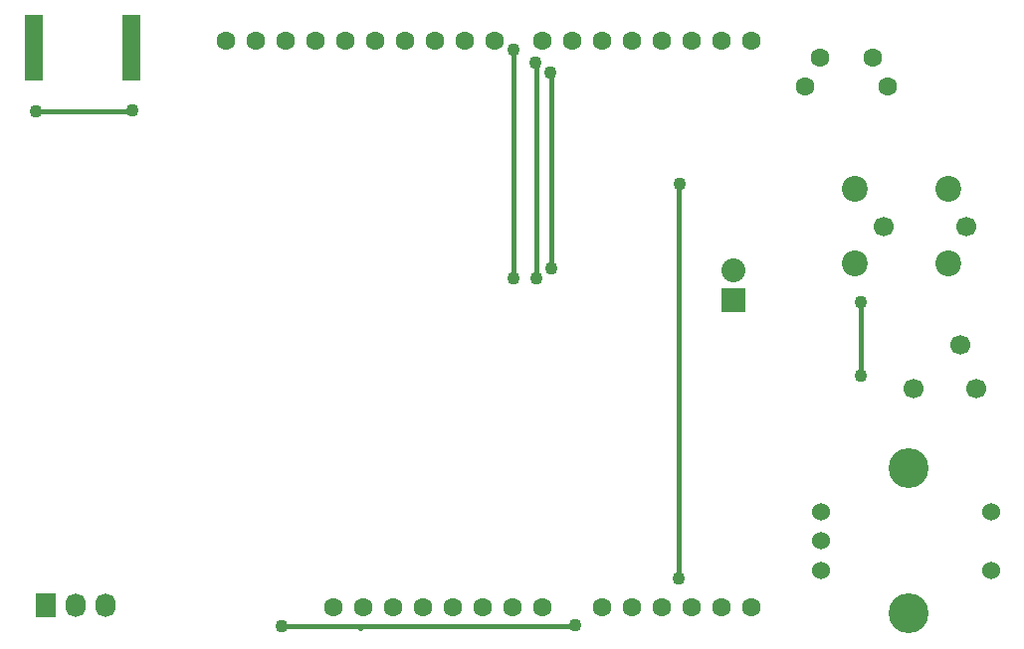
<source format=gbr>
G04 #@! TF.FileFunction,Copper,L2,Bot,Signal*
%FSLAX46Y46*%
G04 Gerber Fmt 4.6, Leading zero omitted, Abs format (unit mm)*
G04 Created by KiCad (PCBNEW 4.0.2+dfsg1-stable) date Mo 11 Jun 2018 17:17:46 CEST*
%MOMM*%
G01*
G04 APERTURE LIST*
%ADD10C,0.100000*%
%ADD11R,1.650000X5.600000*%
%ADD12C,1.600000*%
%ADD13C,3.400000*%
%ADD14C,1.524000*%
%ADD15C,1.700000*%
%ADD16C,2.200000*%
%ADD17R,1.727200X2.032000*%
%ADD18O,1.727200X2.032000*%
%ADD19R,2.032000X2.032000*%
%ADD20O,2.032000X2.032000*%
%ADD21C,1.100000*%
%ADD22C,0.400000*%
G04 APERTURE END LIST*
D10*
D11*
X65425000Y-79800000D03*
X57175000Y-79800000D03*
D12*
X105500000Y-127460000D03*
X108040000Y-127460000D03*
X110580000Y-127460000D03*
X113120000Y-127460000D03*
X115660000Y-127460000D03*
X118200000Y-127460000D03*
X82640000Y-127460000D03*
X85180000Y-127460000D03*
X87720000Y-127460000D03*
X90260000Y-127460000D03*
X92800000Y-127460000D03*
X95340000Y-127460000D03*
X97880000Y-127460000D03*
X100420000Y-127460000D03*
X100420000Y-79200000D03*
X102960000Y-79200000D03*
X105500000Y-79200000D03*
X108040000Y-79200000D03*
X110580000Y-79200000D03*
X113120000Y-79200000D03*
X115660000Y-79200000D03*
X73496000Y-79200000D03*
X76036000Y-79200000D03*
X78576000Y-79200000D03*
X81116000Y-79200000D03*
X83656000Y-79200000D03*
X86196000Y-79200000D03*
X88736000Y-79200000D03*
X91276000Y-79200000D03*
X93816000Y-79200000D03*
X96356000Y-79200000D03*
X118200000Y-79200000D03*
D13*
X131600000Y-128000000D03*
X131600000Y-115600000D03*
D14*
X138600000Y-119300000D03*
X124100000Y-124300000D03*
X138600000Y-124300000D03*
X124100000Y-121800000D03*
X124100000Y-119300000D03*
D15*
X129500000Y-95000000D03*
X136500000Y-95000000D03*
D16*
X127000000Y-98200000D03*
X127000000Y-91800000D03*
X135000000Y-91800000D03*
X135000000Y-98200000D03*
D15*
X132000000Y-108850000D03*
X136000000Y-105150000D03*
X137300000Y-108850000D03*
D12*
X122800000Y-83100000D03*
X129800000Y-83100000D03*
X128550000Y-80600000D03*
X124050000Y-80600000D03*
D17*
X58200000Y-127300000D03*
D18*
X60740000Y-127300000D03*
X63280000Y-127300000D03*
D19*
X116700000Y-101300000D03*
D20*
X116700000Y-98760000D03*
D21*
X57300000Y-85200000D03*
X65500000Y-85100000D03*
X127500000Y-107700000D03*
X127500000Y-101500000D03*
X78200000Y-129100000D03*
X103200000Y-129000000D03*
X112100000Y-91400000D03*
X112000000Y-125000000D03*
X101200000Y-98600000D03*
X101100000Y-81900000D03*
X99800000Y-81100000D03*
X99900000Y-99400000D03*
X98000000Y-80000000D03*
X98000000Y-99400000D03*
D22*
X65400000Y-85200000D02*
X57300000Y-85200000D01*
X65500000Y-85100000D02*
X65400000Y-85200000D01*
X127500000Y-107800000D02*
X127500000Y-107700000D01*
X127500000Y-101500000D02*
X127500000Y-107800000D01*
X78200000Y-129100000D02*
X84900000Y-129100000D01*
X84900000Y-129100000D02*
X84900000Y-129200000D01*
X84900000Y-129200000D02*
X84900000Y-129100000D01*
X103100000Y-129100000D02*
X84900000Y-129100000D01*
X103200000Y-129000000D02*
X103100000Y-129100000D01*
X112000000Y-91500000D02*
X112000000Y-125000000D01*
X112100000Y-91400000D02*
X112000000Y-91500000D01*
X112000000Y-91650000D02*
X112000000Y-125000000D01*
X112000000Y-91725000D02*
X112000000Y-91650000D01*
X101200000Y-91700000D02*
X101200000Y-98600000D01*
X101200000Y-82000000D02*
X101200000Y-91700000D01*
X101100000Y-81900000D02*
X101200000Y-82000000D01*
X99900000Y-96800000D02*
X99900000Y-99400000D01*
X99800000Y-81100000D02*
X99900000Y-81200000D01*
X99900000Y-81200000D02*
X99900000Y-96800000D01*
X98000000Y-96900000D02*
X98000000Y-99400000D01*
X98000000Y-80000000D02*
X98000000Y-95700000D01*
X98000000Y-95700000D02*
X98000000Y-96900000D01*
M02*

</source>
